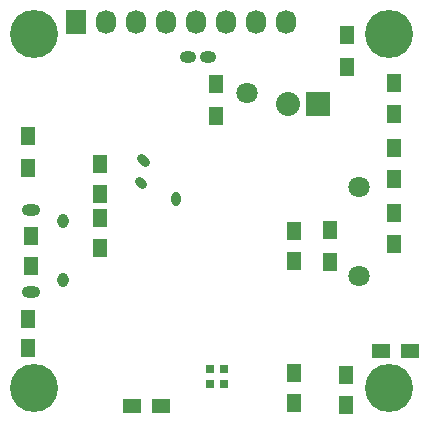
<source format=gbs>
G04 #@! TF.FileFunction,Soldermask,Bot*
%FSLAX46Y46*%
G04 Gerber Fmt 4.6, Leading zero omitted, Abs format (unit mm)*
G04 Created by KiCad (PCBNEW (after 2015-mar-04 BZR unknown)-product) date 21/07/2015 11:23:45 AM*
%MOMM*%
G01*
G04 APERTURE LIST*
%ADD10C,0.100000*%
%ADD11C,0.800000*%
%ADD12O,0.800000X1.200000*%
%ADD13R,1.727200X2.032000*%
%ADD14O,1.727200X2.032000*%
%ADD15C,4.064000*%
%ADD16R,2.032000X2.032000*%
%ADD17O,2.032000X2.032000*%
%ADD18O,1.400000X1.000000*%
%ADD19R,0.800000X0.800000*%
%ADD20C,1.800000*%
%ADD21R,1.250000X1.500000*%
%ADD22R,1.500000X1.250000*%
%ADD23O,0.950000X1.250000*%
%ADD24O,1.550000X1.000000*%
%ADD25R,1.300000X1.500000*%
G04 APERTURE END LIST*
D10*
D11*
X140058579Y-141558579D02*
X140341421Y-141841421D01*
X139858579Y-143458579D02*
X140141421Y-143741421D01*
D12*
X143000000Y-145000000D03*
D13*
X134500000Y-130000000D03*
D14*
X137040000Y-130000000D03*
X139580000Y-130000000D03*
X142120000Y-130000000D03*
X144660000Y-130000000D03*
X147200000Y-130000000D03*
X149740000Y-130000000D03*
X152280000Y-130000000D03*
D15*
X131000000Y-161000000D03*
D16*
X155000000Y-137000000D03*
D17*
X152460000Y-137000000D03*
D18*
X144000000Y-133000000D03*
X145700000Y-133000000D03*
D19*
X147100000Y-160700000D03*
X145900000Y-160700000D03*
X145900000Y-159400000D03*
X147100000Y-159400000D03*
D15*
X161000000Y-161000000D03*
X131000000Y-131000000D03*
X161000000Y-131000000D03*
D20*
X158500000Y-144000000D03*
X158500000Y-151500000D03*
X149000000Y-136000000D03*
D21*
X130500000Y-157650000D03*
X130500000Y-155150000D03*
X153000000Y-162250000D03*
X153000000Y-159750000D03*
X157400000Y-162450000D03*
X157400000Y-159950000D03*
D22*
X141750000Y-162500000D03*
X139250000Y-162500000D03*
D21*
X153000000Y-150250000D03*
X153000000Y-147750000D03*
D22*
X160350000Y-157900000D03*
X162850000Y-157900000D03*
D21*
X136600000Y-149150000D03*
X136600000Y-146650000D03*
X130700000Y-150650000D03*
X130700000Y-148150000D03*
X136600000Y-142050000D03*
X136600000Y-144550000D03*
D23*
X133462540Y-146899100D03*
X133462540Y-151899100D03*
D24*
X130762540Y-145899100D03*
X130762540Y-152899100D03*
D25*
X157500000Y-133850000D03*
X157500000Y-131150000D03*
X146400000Y-137950000D03*
X146400000Y-135250000D03*
X156000000Y-150350000D03*
X156000000Y-147650000D03*
X161500000Y-146150000D03*
X161500000Y-148850000D03*
X161500000Y-137850000D03*
X161500000Y-135150000D03*
X161500000Y-143350000D03*
X161500000Y-140650000D03*
X130500000Y-139650000D03*
X130500000Y-142350000D03*
M02*

</source>
